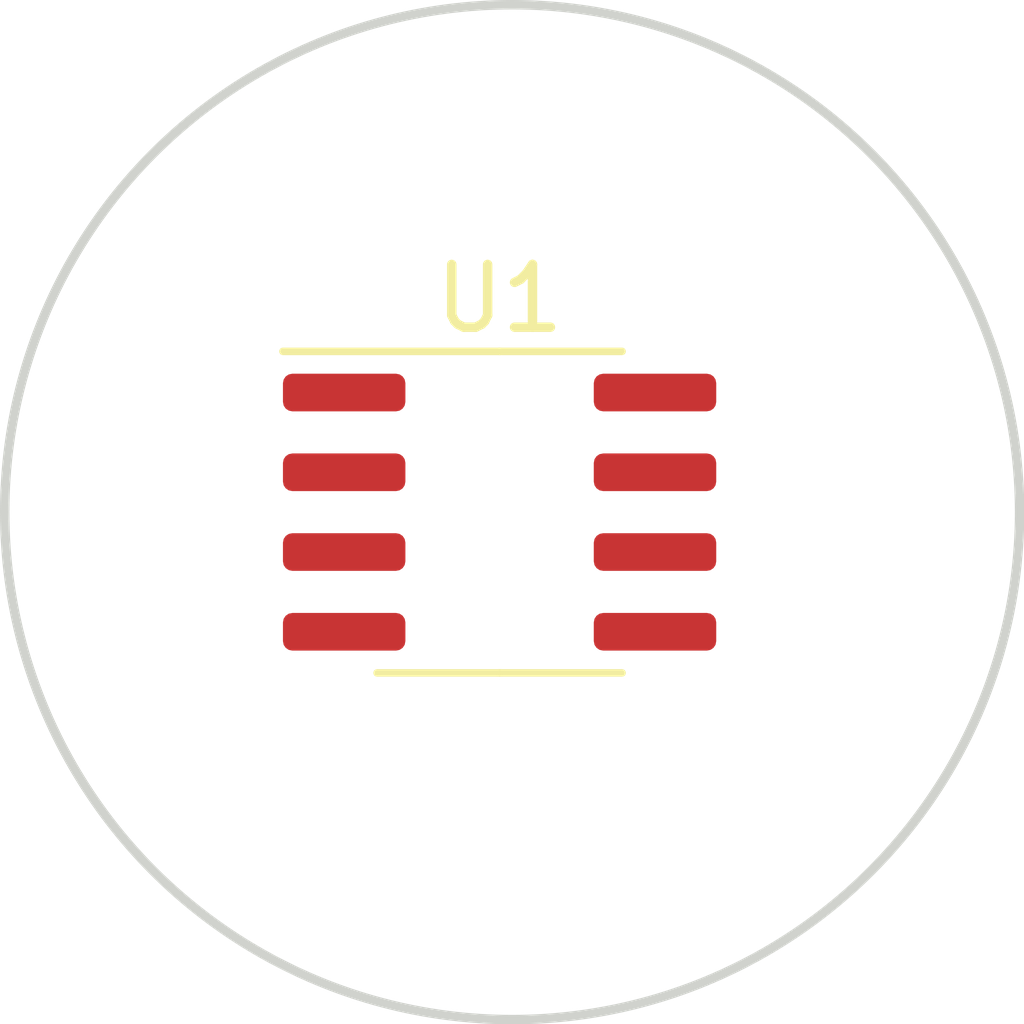
<source format=kicad_pcb>
(kicad_pcb (version 20171130) (host pcbnew "(5.1.9)-1")

  (general
    (thickness 1.6)
    (drawings 1)
    (tracks 0)
    (zones 0)
    (modules 1)
    (nets 1)
  )

  (page A4)
  (layers
    (0 F.Cu signal)
    (31 B.Cu signal)
    (32 B.Adhes user)
    (33 F.Adhes user)
    (34 B.Paste user)
    (35 F.Paste user)
    (36 B.SilkS user)
    (37 F.SilkS user)
    (38 B.Mask user)
    (39 F.Mask user)
    (40 Dwgs.User user)
    (41 Cmts.User user)
    (42 Eco1.User user)
    (43 Eco2.User user)
    (44 Edge.Cuts user)
    (45 Margin user)
    (46 B.CrtYd user)
    (47 F.CrtYd user)
    (48 B.Fab user)
    (49 F.Fab user)
  )

  (setup
    (last_trace_width 0.25)
    (trace_clearance 0.2)
    (zone_clearance 0.508)
    (zone_45_only no)
    (trace_min 0.2)
    (via_size 0.8)
    (via_drill 0.4)
    (via_min_size 0.4)
    (via_min_drill 0.3)
    (uvia_size 0.3)
    (uvia_drill 0.1)
    (uvias_allowed no)
    (uvia_min_size 0.2)
    (uvia_min_drill 0.1)
    (edge_width 0.05)
    (segment_width 0.2)
    (pcb_text_width 0.3)
    (pcb_text_size 1.5 1.5)
    (mod_edge_width 0.12)
    (mod_text_size 1 1)
    (mod_text_width 0.15)
    (pad_size 1.524 1.524)
    (pad_drill 0.762)
    (pad_to_mask_clearance 0)
    (aux_axis_origin 151.5 101.5)
    (grid_origin 151.5 101.5)
    (visible_elements FFFFFF7F)
    (pcbplotparams
      (layerselection 0x010fc_ffffffff)
      (usegerberextensions false)
      (usegerberattributes true)
      (usegerberadvancedattributes true)
      (creategerberjobfile true)
      (excludeedgelayer true)
      (linewidth 0.100000)
      (plotframeref false)
      (viasonmask false)
      (mode 1)
      (useauxorigin false)
      (hpglpennumber 1)
      (hpglpenspeed 20)
      (hpglpendiameter 15.000000)
      (psnegative false)
      (psa4output false)
      (plotreference true)
      (plotvalue true)
      (plotinvisibletext false)
      (padsonsilk false)
      (subtractmaskfromsilk false)
      (outputformat 1)
      (mirror false)
      (drillshape 1)
      (scaleselection 1)
      (outputdirectory ""))
  )

  (net 0 "")

  (net_class Default "This is the default net class."
    (clearance 0.2)
    (trace_width 0.25)
    (via_dia 0.8)
    (via_drill 0.4)
    (uvia_dia 0.3)
    (uvia_drill 0.1)
    (add_net "Net-(U1-Pad1)")
  )

  (module Package_SO:SOIC-8_3.9x4.9mm_P1.27mm (layer F.Cu) (tedit 5D9F72B1) (tstamp 60356B5C)
    (at 151.2 101.2)
    (descr "SOIC, 8 Pin (JEDEC MS-012AA, https://www.analog.com/media/en/package-pcb-resources/package/pkg_pdf/soic_narrow-r/r_8.pdf), generated with kicad-footprint-generator ipc_gullwing_generator.py")
    (tags "SOIC SO")
    (path /6034BBFB)
    (attr smd)
    (fp_text reference U1 (at 0 -3.4) (layer F.SilkS)
      (effects (font (size 1 1) (thickness 0.15)))
    )
    (fp_text value CH340N (at 0 3.4) (layer F.Fab)
      (effects (font (size 1 1) (thickness 0.15)))
    )
    (fp_text user %R (at 0 0) (layer F.Fab)
      (effects (font (size 0.98 0.98) (thickness 0.15)))
    )
    (fp_line (start 0 2.56) (end 1.95 2.56) (layer F.SilkS) (width 0.12))
    (fp_line (start 0 2.56) (end -1.95 2.56) (layer F.SilkS) (width 0.12))
    (fp_line (start 0 -2.56) (end 1.95 -2.56) (layer F.SilkS) (width 0.12))
    (fp_line (start 0 -2.56) (end -3.45 -2.56) (layer F.SilkS) (width 0.12))
    (fp_line (start -0.975 -2.45) (end 1.95 -2.45) (layer F.Fab) (width 0.1))
    (fp_line (start 1.95 -2.45) (end 1.95 2.45) (layer F.Fab) (width 0.1))
    (fp_line (start 1.95 2.45) (end -1.95 2.45) (layer F.Fab) (width 0.1))
    (fp_line (start -1.95 2.45) (end -1.95 -1.475) (layer F.Fab) (width 0.1))
    (fp_line (start -1.95 -1.475) (end -0.975 -2.45) (layer F.Fab) (width 0.1))
    (fp_line (start -3.7 -2.7) (end -3.7 2.7) (layer F.CrtYd) (width 0.05))
    (fp_line (start -3.7 2.7) (end 3.7 2.7) (layer F.CrtYd) (width 0.05))
    (fp_line (start 3.7 2.7) (end 3.7 -2.7) (layer F.CrtYd) (width 0.05))
    (fp_line (start 3.7 -2.7) (end -3.7 -2.7) (layer F.CrtYd) (width 0.05))
    (pad 8 smd roundrect (at 2.475 -1.905) (size 1.95 0.6) (layers F.Cu F.Paste F.Mask) (roundrect_rratio 0.25))
    (pad 7 smd roundrect (at 2.475 -0.635) (size 1.95 0.6) (layers F.Cu F.Paste F.Mask) (roundrect_rratio 0.25))
    (pad 6 smd roundrect (at 2.475 0.635) (size 1.95 0.6) (layers F.Cu F.Paste F.Mask) (roundrect_rratio 0.25))
    (pad 5 smd roundrect (at 2.475 1.905) (size 1.95 0.6) (layers F.Cu F.Paste F.Mask) (roundrect_rratio 0.25))
    (pad 4 smd roundrect (at -2.475 1.905) (size 1.95 0.6) (layers F.Cu F.Paste F.Mask) (roundrect_rratio 0.25))
    (pad 3 smd roundrect (at -2.475 0.635) (size 1.95 0.6) (layers F.Cu F.Paste F.Mask) (roundrect_rratio 0.25))
    (pad 2 smd roundrect (at -2.475 -0.635) (size 1.95 0.6) (layers F.Cu F.Paste F.Mask) (roundrect_rratio 0.25))
    (pad 1 smd roundrect (at -2.475 -1.905) (size 1.95 0.6) (layers F.Cu F.Paste F.Mask) (roundrect_rratio 0.25))
    (model ${KISYS3DMOD}/Package_SO.3dshapes/SOIC-8_3.9x4.9mm_P1.27mm.wrl
      (at (xyz 0 0 0))
      (scale (xyz 1 1 1))
      (rotate (xyz 0 0 0))
    )
  )

  (gr_circle (center 151.4 101.2) (end 159.480842 101.2) (layer Edge.Cuts) (width 0.15))

)

</source>
